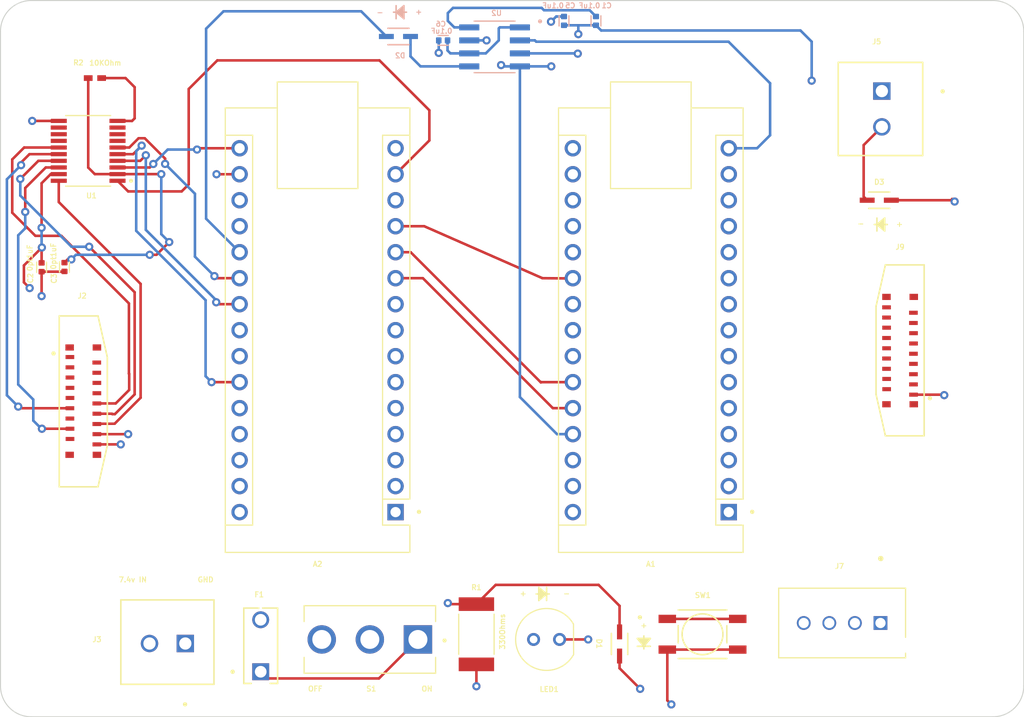
<source format=kicad_pcb>
(kicad_pcb (version 20211014) (generator pcbnew)
  (layers (0 "F.Cu" signal) (1 "In1.Cu" signal) (2 "In2.Cu" signal) (31 "B.Cu" signal) (34 "B.Paste" user) (35 "F.Paste" user) (36 "B.SilkS" user "B.Silkscreen") (37 "F.SilkS" user "F.Silkscreen") (38 "B.Mask" user) (39 "F.Mask" user) (44 "Edge.Cuts" user))
  (net 0 "")
  (net 14 "PWM")
  (net 16 "3.3V_1")
  (net 21 "SDA")
  (net 32 "bit_0")
  (net 33 "bit_1")
  (net 34 "bit_2")
  (net 41 "Analog")
  (net 43 "/CLK")
  (net 44 "/COM")
  (net 45 "/DC_out")
  (net 46 "Net-(F1-Pad2)")
  (net 58 "Net-(A1-Pad22)")
  (net 59 "SDL")
  (net 75 "Net-(LED1-Pad2)")
  (net 84 "/MOSI")
  (net 85 "3.3V_2")
  (net 86 "GND")
  (net 87 "7.4V")
  (net 88 "5V_1")
  (net 90 "OE")
  (net 91 "SCK")
  (net 92 "5V_2")
  (net 93 "Net-(D3-Pad1)")
  (net 94 "CS")
  (net 95 "DC")
  (net 96 "RST")
  (net 97 "CS_5V")
  (net 98 "RST_5V")
  (net 99 "DC_5V")
  (net 100 "MOSI_5V")
  (net 101 "SCK_5V")
  (footprint "CatBot_JSC:Arduino_BLE_33" (layer "F.Cu") (at 135.8483 103.2112 180)
    (fp_text reference "A2" (at 7.62 -5.08) (layer "F.SilkS") (effects (font (size 0.5 0.5) (thickness 0.1))))
    (fp_text value "Arduino_Nano_BLE_33" hide)
    (pad "1" thru_hole rect (at 0 0 180) (size 1.6 1.6) (drill 1) (layers *.Cu *.Mask))
    (pad "2" thru_hole oval (at 0 2.54 180) (size 1.6 1.6) (drill 1) (layers *.Cu *.Mask))
    (pad "3" thru_hole oval (at 0 5.08 180) (size 1.6 1.6) (drill 1) (layers *.Cu *.Mask))
    (pad "4" thru_hole oval (at 0 7.62 180) (size 1.6 1.6) (drill 1) (layers *.Cu *.Mask))
    (pad "5" thru_hole oval (at 0 10.16 180) (size 1.6 1.6) (drill 1) (layers *.Cu *.Mask))
    (pad "6" thru_hole oval (at 0 12.7 180) (size 1.6 1.6) (drill 1) (layers *.Cu *.Mask))
    (pad "7" thru_hole oval (at 0 15.24 180) (size 1.6 1.6) (drill 1) (layers *.Cu *.Mask))
    (pad "8" thru_hole oval (at 0 17.78 180) (size 1.6 1.6) (drill 1) (layers *.Cu *.Mask))
    (pad "9" thru_hole oval (at 0 20.32 180) (size 1.6 1.6) (drill 1) (layers *.Cu *.Mask))
    (pad "10" thru_hole oval (at 0 22.86 180) (size 1.6 1.6) (drill 1) (layers *.Cu *.Mask) (net 32 "bit_0"))
    (pad "11" thru_hole oval (at 0 25.4 180) (size 1.6 1.6) (drill 1) (layers *.Cu *.Mask) (net 33 "bit_1"))
    (pad "12" thru_hole oval (at 0 27.94 180) (size 1.6 1.6) (drill 1) (layers *.Cu *.Mask) (net 34 "bit_2"))
    (pad "13" thru_hole oval (at 0 30.48 180) (size 1.6 1.6) (drill 1) (layers *.Cu *.Mask))
    (pad "14" thru_hole oval (at 0 33.02 180) (size 1.6 1.6) (drill 1) (layers *.Cu *.Mask) (net 84 "/MOSI"))
    (pad "15" thru_hole oval (at 0 35.56 180) (size 1.6 1.6) (drill 1) (layers *.Cu *.Mask))
    (pad "16" thru_hole oval (at 15.24 35.56 180) (size 1.6 1.6) (drill 1) (layers *.Cu *.Mask) (net 91 "SCK"))
    (pad "17" thru_hole oval (at 15.24 33.02 180) (size 1.6 1.6) (drill 1) (layers *.Cu *.Mask) (net 85 "3.3V_2"))
    (pad "18" thru_hole oval (at 15.24 30.48 180) (size 1.6 1.6) (drill 1) (layers *.Cu *.Mask))
    (pad "19" thru_hole oval (at 15.24 27.94 180) (size 1.6 1.6) (drill 1) (layers *.Cu *.Mask))
    (pad "20" thru_hole oval (at 15.24 25.4 180) (size 1.6 1.6) (drill 1) (layers *.Cu *.Mask) (net 41 "Analog"))
    (pad "21" thru_hole oval (at 15.24 22.86 180) (size 1.6 1.6) (drill 1) (layers *.Cu *.Mask) (net 94 "CS"))
    (pad "22" thru_hole oval (at 15.24 20.32 180) (size 1.6 1.6) (drill 1) (layers *.Cu *.Mask) (net 95 "DC"))
    (pad "23" thru_hole oval (at 15.24 17.78 180) (size 1.6 1.6) (drill 1) (layers *.Cu *.Mask))
    (pad "24" thru_hole oval (at 15.24 15.24 180) (size 1.6 1.6) (drill 1) (layers *.Cu *.Mask))
    (pad "25" thru_hole oval (at 15.24 12.7 180) (size 1.6 1.6) (drill 1) (layers *.Cu *.Mask) (net 96 "RST"))
    (pad "26" thru_hole oval (at 15.24 10.16 180) (size 1.6 1.6) (drill 1) (layers *.Cu *.Mask))
    (pad "27" thru_hole oval (at 15.24 7.62 180) (size 1.6 1.6) (drill 1) (layers *.Cu *.Mask) (net 92 "5V_2"))
    (pad "28" thru_hole oval (at 15.24 5.08 180) (size 1.6 1.6) (drill 1) (layers *.Cu *.Mask))
    (pad "29" thru_hole oval (at 15.24 2.54 180) (size 1.6 1.6) (drill 1) (layers *.Cu *.Mask) (net 86 "GND"))
    (pad "30" thru_hole oval (at 15.24 0 180) (size 1.6 1.6) (drill 1) (layers *.Cu *.Mask) (net 87 "7.4V"))
  )
  (footprint "MountingHole:MountingHole_2.2mm_M2" (layer "F.Cu") (at 101.2398 57.2132)
    (fp_text reference "H1" hide)
    (fp_text value "MountingHole" hide)
    (pad "" np_thru_hole circle locked (at 0 0) (size 2.2 2.2) (drill 2.2) (layers *.Cu *.Mask))
  )
  (footprint "MountingHole:MountingHole_2.2mm_M2" (layer "F.Cu") (at 101.2398 119.2132)
    (fp_text reference "H3" hide)
    (fp_text value "MountingHole" hide)
    (pad "" np_thru_hole circle locked (at 0 0) (size 2.2 2.2) (drill 2.2) (layers *.Cu *.Mask))
  )
  (footprint "CatBot_JSC:300_Ohm_RESC6332X70N" (layer "F.Cu") (at 143.7498 115.1492 90)
    (fp_text reference "R1" (at 4.572 0) (layer "F.SilkS") (effects (font (size 0.5 0.5) (thickness 0.1))))
    (fp_text value "RMCF2512FT330R" hide)
    (fp_text user "330Ohms" (at 0.254 2.54 90 unlocked) (layer "F.SilkS") (effects (font (size 0.5 0.5) (thickness 0.1))))
    (pad "1" smd rect (at -2.944 0 90) (size 1.33 3.46) (layers "F.Cu" "F.Paste" "F.Mask") (net 75 "Net-(LED1-Pad2)"))
    (pad "2" smd rect (at 2.944 0 90) (size 1.33 3.46) (layers "F.Cu" "F.Paste" "F.Mask") (net 87 "7.4V"))
  )
  (footprint "Molex_connectors_JSC:CON_525591853_MOL" (layer "F.Cu") (at 104.9868 92.5832 90)
    (fp_text reference "J2" (at 10.5048 0.2312) (layer "F.SilkS") (effects (font (size 0.5 0.5) (thickness 0.1))))
    (fp_text value "0525591853" hide)
    (pad " " smd rect locked (at -5.0292 1.6764 90) (size 0.6056 0.8322) (layers "F.Cu" "F.Paste" "F.Mask"))
    (pad " " smd rect locked (at 5.461 -0.9906 90) (size 0.6056 0.8322) (layers "F.Cu" "F.Paste" "F.Mask"))
    (pad " " smd rect locked (at -5.0292 -0.9906 90) (size 0.6056 0.8322) (layers "F.Cu" "F.Paste" "F.Mask"))
    (pad " " smd rect locked (at 5.461 1.6764 90) (size 0.6056 0.8322) (layers "F.Cu" "F.Paste" "F.Mask"))
    (pad "1" smd rect locked (at 4.525475 -0.966624 90) (size 0.4 0.85) (layers "F.Cu" "F.Paste" "F.Mask"))
    (pad "2" smd rect locked (at 3.987845 1.660042 90) (size 0.4 0.85) (layers "F.Cu" "F.Paste" "F.Mask"))
    (pad "3" smd rect locked (at 3.519854 -0.96325 90) (size 0.4 0.85) (layers "F.Cu" "F.Paste" "F.Mask"))
    (pad "4" smd rect locked (at 2.987202 1.660042 90) (size 0.4 0.85) (layers "F.Cu" "F.Paste" "F.Mask"))
    (pad "5" smd rect locked (at 2.52529 -0.959265 90) (size 0.4 0.85) (layers "F.Cu" "F.Paste" "F.Mask"))
    (pad "6" smd rect locked (at 1.999675 1.6696 90) (size 0.4 0.85) (layers "F.Cu" "F.Paste" "F.Mask"))
    (pad "7" smd rect locked (at 1.51454 -0.959265 90) (size 0.4 0.85) (layers "F.Cu" "F.Paste" "F.Mask"))
    (pad "8" smd rect locked (at 0.991354 1.6696 90) (size 0.4 0.85) (layers "F.Cu" "F.Paste" "F.Mask"))
    (pad "9" smd rect locked (at 0.528086 -0.959265 90) (size 0.4 0.85) (layers "F.Cu" "F.Paste" "F.Mask"))
    (pad "10" smd rect locked (at -0.008868 1.66555 90) (size 0.4 0.85) (layers "F.Cu" "F.Paste" "F.Mask") (net 97 "CS_5V"))
    (pad "11" smd rect locked (at -0.476799 -0.966153 90) (size 0.4 0.85) (layers "F.Cu" "F.Paste" "F.Mask") (net 98 "RST_5V"))
    (pad "12" smd rect locked (at -1.01314 1.6696 90) (size 0.4 0.85) (layers "F.Cu" "F.Paste" "F.Mask") (net 99 "DC_5V"))
    (pad "13" smd rect locked (at -1.484962 -0.966153 90) (size 0.4 0.85) (layers "F.Cu" "F.Paste" "F.Mask"))
    (pad "14" smd rect locked (at -2.019975 1.664737 90) (size 0.4 0.85) (layers "F.Cu" "F.Paste" "F.Mask") (net 100 "MOSI_5V"))
    (pad "15" smd rect locked (at -2.480459 -0.9569 90) (size 0.4 0.85) (layers "F.Cu" "F.Paste" "F.Mask") (net 101 "SCK_5V"))
    (pad "16" smd rect locked (at -3.011289 1.670568 90) (size 0.4 0.85) (layers "F.Cu" "F.Paste" "F.Mask") (net 86 "GND"))
    (pad "17" smd rect locked (at -3.479332 -0.9569 90) (size 0.4 0.85) (layers "F.Cu" "F.Paste" "F.Mask"))
    (pad "18" smd rect locked (at -4.009815 1.670201 90) (size 0.4 0.85) (layers "F.Cu" "F.Paste" "F.Mask") (net 92 "5V_2"))
  )
  (footprint "MountingHole:MountingHole_2.2mm_M2" (layer "F.Cu") (at 193.2398 57.2132)
    (fp_text reference "H2" hide)
    (fp_text value "MountingHole" hide)
    (pad "" np_thru_hole circle locked (at 0 0) (size 2.2 2.2) (drill 2.2) (layers *.Cu *.Mask))
  )
  (footprint "CatBot_JSC:CAPC1005X55N" (layer "F.Cu") (at 103.4908 79.259 -90)
    (fp_text reference "C3" (at 1.1248 1.0216 90) (layer "F.SilkS") (effects (font (size 0.5 0.5) (thickness 0.1))))
    (fp_text value "CL05A104KA5NNNC_0pt1uF" hide)
    (fp_text user "0pt1uF" (at -1.0596 1.0724 90 unlocked) (layer "F.SilkS") (effects (font (size 0.5 0.5) (thickness 0.1))))
    (pad "1" smd roundrect (at -0.43 0) (size 0.6 0.54) (layers "F.Cu" "F.Paste" "F.Mask") (roundrect_rratio 0.14) (net 85 "3.3V_2"))
    (pad "2" smd roundrect (at 0.43 0) (size 0.6 0.54) (layers "F.Cu" "F.Paste" "F.Mask") (roundrect_rratio 0.14) (net 86 "GND"))
  )
  (footprint "Molex_connectors_JSC:CON_532580229_MOL" (layer "F.Cu") (at 183.3738 62.0632 90)
    (fp_text reference "J5" (at 4.826 -0.508 unlocked) (layer "F.SilkS") (effects (font (size 0.5 0.5) (thickness 0.1))))
    (fp_text value "532580229" hide)
    (pad "1" thru_hole rect (at 0 0 90) (size 1.7 1.7) (drill 1.2) (layers *.Cu *.Mask) (net 86 "GND"))
    (pad "2" thru_hole circle (at -3.500001 0 90) (size 1.7 1.7) (drill 1.2) (layers *.Cu *.Mask) (net 93 "Net-(D3-Pad1)"))
  )
  (footprint "CatBot_JSC:Push_Button_Switch_SW4_TL3305CF260QG_EWI-M" (layer "F.Cu") (at 165.8478 115.1492)
    (fp_text reference "SW1" (at 0.028 -3.81 unlocked) (layer "F.SilkS") (effects (font (size 0.5 0.5) (thickness 0.1))))
    (fp_text value "TL3305CF260QG" hide)
    (pad "1" smd rect (at -3.4409 -1.5) (size 1.711198 0.8112) (layers "F.Cu" "F.Paste" "F.Mask") (net 58 "Net-(A1-Pad22)"))
    (pad "2" smd rect (at 3.4409 -1.5) (size 1.711198 0.8112) (layers "F.Cu" "F.Paste" "F.Mask") (net 58 "Net-(A1-Pad22)"))
    (pad "3" smd rect (at -3.4409 1.5) (size 1.711198 0.8112) (layers "F.Cu" "F.Paste" "F.Mask") (net 86 "GND"))
    (pad "4" smd rect (at 3.4409 1.5) (size 1.711198 0.8112) (layers "F.Cu" "F.Paste" "F.Mask") (net 86 "GND"))
  )
  (footprint "CatBot_JSC:Arduino_BLE_33" (layer "F.Cu") (at 168.4153 103.2112 180)
    (fp_text reference "A1" (at 7.62 -5.08) (layer "F.SilkS") (effects (font (size 0.5 0.5) (thickness 0.1))))
    (fp_text value "Arduino_Nano_BLE_33_SENSE" hide)
    (pad "1" thru_hole rect (at 0 0 180) (size 1.6 1.6) (drill 1) (layers *.Cu *.Mask))
    (pad "2" thru_hole oval (at 0 2.54 180) (size 1.6 1.6) (drill 1) (layers *.Cu *.Mask))
    (pad "3" thru_hole oval (at 0 5.08 180) (size 1.6 1.6) (drill 1) (layers *.Cu *.Mask))
    (pad "4" thru_hole oval (at 0 7.62 180) (size 1.6 1.6) (drill 1) (layers *.Cu *.Mask))
    (pad "5" thru_hole oval (at 0 10.16 180) (size 1.6 1.6) (drill 1) (layers *.Cu *.Mask))
    (pad "6" thru_hole oval (at 0 12.7 180) (size 1.6 1.6) (drill 1) (layers *.Cu *.Mask))
    (pad "7" thru_hole oval (at 0 15.24 180) (size 1.6 1.6) (drill 1) (layers *.Cu *.Mask))
    (pad "8" thru_hole oval (at 0 17.78 180) (size 1.6 1.6) (drill 1) (layers *.Cu *.Mask))
    (pad "9" thru_hole oval (at 0 20.32 180) (size 1.6 1.6) (drill 1) (layers *.Cu *.Mask))
    (pad "10" thru_hole oval (at 0 22.86 180) (size 1.6 1.6) (drill 1) (layers *.Cu *.Mask))
    (pad "11" thru_hole oval (at 0 25.4 180) (size 1.6 1.6) (drill 1) (layers *.Cu *.Mask))
    (pad "12" thru_hole oval (at 0 27.94 180) (size 1.6 1.6) (drill 1) (layers *.Cu *.Mask))
    (pad "13" thru_hole oval (at 0 30.48 180) (size 1.6 1.6) (drill 1) (layers *.Cu *.Mask))
    (pad "14" thru_hole oval (at 0 33.02 180) (size 1.6 1.6) (drill 1) (layers *.Cu *.Mask))
    (pad "15" thru_hole oval (at 0 35.56 180) (size 1.6 1.6) (drill 1) (layers *.Cu *.Mask) (net 14 "PWM"))
    (pad "16" thru_hole oval (at 15.24 35.56 180) (size 1.6 1.6) (drill 1) (layers *.Cu *.Mask))
    (pad "17" thru_hole oval (at 15.24 33.02 180) (size 1.6 1.6) (drill 1) (layers *.Cu *.Mask) (net 16 "3.3V_1"))
    (pad "18" thru_hole oval (at 15.24 30.48 180) (size 1.6 1.6) (drill 1) (layers *.Cu *.Mask))
    (pad "19" thru_hole oval (at 15.24 27.94 180) (size 1.6 1.6) (drill 1) (layers *.Cu *.Mask))
    (pad "20" thru_hole oval (at 15.24 25.4 180) (size 1.6 1.6) (drill 1) (layers *.Cu *.Mask))
    (pad "21" thru_hole oval (at 15.24 22.86 180) (size 1.6 1.6) (drill 1) (layers *.Cu *.Mask) (net 34 "bit_2"))
    (pad "22" thru_hole oval (at 15.24 20.32 180) (size 1.6 1.6) (drill 1) (layers *.Cu *.Mask) (net 58 "Net-(A1-Pad22)"))
    (pad "23" thru_hole oval (at 15.24 17.78 180) (size 1.6 1.6) (drill 1) (layers *.Cu *.Mask) (net 21 "SDA"))
    (pad "24" thru_hole oval (at 15.24 15.24 180) (size 1.6 1.6) (drill 1) (layers *.Cu *.Mask) (net 59 "SDL"))
    (pad "25" thru_hole oval (at 15.24 12.7 180) (size 1.6 1.6) (drill 1) (layers *.Cu *.Mask) (net 33 "bit_1"))
    (pad "26" thru_hole oval (at 15.24 10.16 180) (size 1.6 1.6) (drill 1) (layers *.Cu *.Mask) (net 32 "bit_0"))
    (pad "27" thru_hole oval (at 15.24 7.62 180) (size 1.6 1.6) (drill 1) (layers *.Cu *.Mask) (net 88 "5V_1"))
    (pad "28" thru_hole oval (at 15.24 5.08 180) (size 1.6 1.6) (drill 1) (layers *.Cu *.Mask))
    (pad "29" thru_hole oval (at 15.24 2.54 180) (size 1.6 1.6) (drill 1) (layers *.Cu *.Mask) (net 86 "GND"))
    (pad "30" thru_hole oval (at 15.24 0 180) (size 1.6 1.6) (drill 1) (layers *.Cu *.Mask) (net 87 "7.4V"))
  )
  (footprint "Molex_connectors_JSC:CON_532580229_MOL" (layer "F.Cu") (at 115.301291 116.053151)
    (fp_text reference "J3" (at -8.635491 -0.395951 unlocked) (layer "F.SilkS") (effects (font (size 0.5 0.5) (thickness 0.1))))
    (fp_text value "532580229" hide)
    (fp_text user "7.4v IN" (at -5.130291 -6.237951 unlocked) (layer "F.SilkS") (effects (font (size 0.5 0.5) (thickness 0.1))))
    (fp_text user "GND" (at 1.981709 -6.237951 unlocked) (layer "F.SilkS") (effects (font (size 0.5 0.5) (thickness 0.1))))
    (pad "1" thru_hole rect (at 0 0) (size 1.7 1.7) (drill 1.2) (layers *.Cu *.Mask) (net 86 "GND"))
    (pad "2" thru_hole circle (at -3.500001 0) (size 1.7 1.7) (drill 1.2) (layers *.Cu *.Mask) (net 87 "7.4V"))
  )
  (footprint "CatBot_JSC:CAPC1005X55N" (layer "F.Cu") (at 101.2556 79.2844 -90)
    (fp_text reference "C2" (at 1.0668 1.0922 90) (layer "F.SilkS") (effects (font (size 0.5 0.5) (thickness 0.1))))
    (fp_text value "CL05A104KA5NNNC_0pt1uF" hide)
    (fp_text user "0pt1uF" (at -0.9144 1.143 90 unlocked) (layer "F.SilkS") (effects (font (size 0.5 0.5) (thickness 0.1))))
    (pad "1" smd roundrect (at -0.43 0) (size 0.6 0.54) (layers "F.Cu" "F.Paste" "F.Mask") (roundrect_rratio 0.14) (net 92 "5V_2"))
    (pad "2" smd roundrect (at 0.43 0) (size 0.6 0.54) (layers "F.Cu" "F.Paste" "F.Mask") (roundrect_rratio 0.14) (net 86 "GND"))
  )
  (footprint "CatBot_JSC:RGEF300" (layer "F.Cu") (at 122.6678 118.8132 90)
    (fp_text reference "F1" (at 7.54 -0.1495) (layer "F.SilkS") (effects (font (size 0.5 0.5) (thickness 0.1))))
    (fp_text value "RGEF300_Fuse" hide)
    (pad "1" thru_hole rect (at 0 0 90) (size 1.651 1.651) (drill 1.143) (layers *.Cu *.Mask) (net 87 "7.4V"))
    (pad "2" thru_hole circle (at 5.08 0 90) (size 1.651 1.651) (drill 1.143) (layers *.Cu *.Mask) (net 46 "Net-(F1-Pad2)"))
  )
  (footprint "CatBot_JSC:Diode_CR_SOD323_MCC-M" (layer "F.Cu") (at 183.1198 72.7312)
    (fp_text reference "D3" (at 0 -1.778 unlocked) (layer "F.SilkS") (effects (font (size 0.5 0.5) (thickness 0.1))))
    (fp_text value "1N4148WX-TP" hide)
    (fp_text user "+" (at 1.9812 2.3368 unlocked) (layer "F.SilkS") (effects (font (size 0.5 0.5) (thickness 0.1))))
    (fp_text user "-" (at -1.8034 2.286 unlocked) (layer "F.SilkS") (effects (font (size 0.5 0.5) (thickness 0.1))))
    (pad "1" smd rect (at -1.1803 0) (size 1.457198 0.5064) (layers "F.Cu" "F.Paste" "F.Mask") (net 93 "Net-(D3-Pad1)"))
    (pad "2" smd rect (at 1.1803 0) (size 1.457198 0.5064) (layers "F.Cu" "F.Paste" "F.Mask") (net 87 "7.4V"))
  )
  (footprint "CatBot_JSC:Diode_CR_SOD323_MCC-M" (layer "F.Cu") (at 157.7398 116.099 90)
    (fp_text reference "D1" (at 0.0254 -2 -90 unlocked) (layer "F.SilkS") (effects (font (size 0.5 0.5) (thickness 0.1))))
    (fp_text value "1N4148WX-TP" hide)
    (fp_text user "+" (at 1.778 2.3368 90 unlocked) (layer "F.SilkS") (effects (font (size 0.5 0.5) (thickness 0.1))))
    (pad "1" smd rect (at -1.1803 0 90) (size 1.457198 0.5064) (layers "F.Cu" "F.Paste" "F.Mask") (net 87 "7.4V"))
    (pad "2" smd rect (at 1.1803 0 90) (size 1.457198 0.5064) (layers "F.Cu" "F.Paste" "F.Mask") (net 87 "7.4V"))
  )
  (footprint "CatBot_JSC:Slider_switch_500SSP1S2M2QEA" (layer "F.Cu") (at 133.3358 115.6572 180)
    (fp_text reference "S1" (at -0.142278 -4.826) (layer "F.SilkS") (effects (font (size 0.5 0.5) (thickness 0.1))))
    (fp_text value "500SSP1S2M2QEA" hide)
    (pad "1" thru_hole rect (at -4.7 0 180) (size 2.775 2.775) (drill 1.85) (layers *.Cu *.Mask) (net 87 "7.4V"))
    (pad "2" thru_hole circle (at 0 0 180) (size 2.775 2.775) (drill 1.85) (layers *.Cu *.Mask) (net 46 "Net-(F1-Pad2)"))
    (pad "3" thru_hole circle (at 4.7 0 180) (size 2.775 2.775) (drill 1.85) (layers *.Cu *.Mask))
  )
  (footprint "CatBot_JSC:Led_green_C503B" (layer "F.Cu") (at 151.8778 115.6572 180)
    (fp_text reference "LED1" (at 1.016 -4.8688 180) (layer "F.SilkS") (effects (font (size 0.5 0.5) (thickness 0.1))))
    (fp_text value "C503B-GAN-CB0F0791" hide)
    (fp_text user "-" (at -0.6858 4.4196 180 unlocked) (layer "F.SilkS") (effects (font (size 0.5 0.5) (thickness 0.1))))
    (fp_text user "+" (at 3.556 4.4196 180 unlocked) (layer "F.SilkS") (effects (font (size 0.5 0.5) (thickness 0.1))))
    (pad "1" thru_hole circle (at 0 0 180) (size 1.27 1.27) (drill 0.762) (layers *.Cu *.Mask) (net 86 "GND"))
    (pad "2" thru_hole circle (at 2.54 0 180) (size 1.27 1.27) (drill 0.762) (layers *.Cu *.Mask) (net 75 "Net-(LED1-Pad2)"))
  )
  (footprint "Molex_connectors_JSC:MOLEX_533750410" (layer "F.Cu") (at 183.2398 114.0493)
    (fp_text reference "J7" (at -4.004 -5.55) (layer "F.SilkS") (effects (font (size 0.5 0.5) (thickness 0.1))))
    (fp_text value "533750410" hide)
    (pad "" np_thru_hole circle (at 1.6 2.2) (size 1.2 1.2) (drill 1.2) (layers *.Cu *.Mask))
    (pad "1" thru_hole rect (at 0 0) (size 1.35 1.35) (drill 1) (layers *.Cu) (net 86 "GND"))
    (pad "2" thru_hole circle (at -2.5 0) (size 1.35 1.35) (drill 1) (layers *.Cu) (net 59 "SDL"))
    (pad "3" thru_hole circle (at -5 0) (size 1.35 1.35) (drill 1) (layers *.Cu) (net 21 "SDA"))
    (pad "4" thru_hole circle (at -7.5 0) (size 1.35 1.35) (drill 1) (layers *.Cu) (net 16 "3.3V_1"))
  )
  (footprint "CatBot_JSC:RC0402JR-0710KL" (layer "F.Cu") (at 106.467 60.7932)
    (fp_text reference "R2" (at -1.6167 -1.502 unlocked) (layer "F.SilkS") (effects (font (size 0.5 0.5) (thickness 0.1))))
    (fp_text value "RC0402JR-0710KL" hide)
    (fp_text user "10KOhm" (at 1.0083 -1.477 unlocked) (layer "F.SilkS") (effects (font (size 0.5 0.5) (thickness 0.1))))
    (pad "1" smd rect (at -0.656 0) (size 0.8548 0.558) (layers "F.Cu" "F.Paste" "F.Mask") (net 85 "3.3V_2"))
    (pad "2" smd rect (at 0.656 0) (size 0.8548 0.558) (layers "F.Cu" "F.Paste" "F.Mask") (net 90 "OE"))
  )
  (footprint "Molex_connectors_JSC:CON_525591853_MOL" (layer "F.Cu") (at 185.501525 87.2092 -90)
    (fp_text reference "J9" (at -9.906 0.349725) (layer "F.SilkS") (effects (font (size 0.5 0.5) (thickness 0.1))))
    (fp_text value "0525591853" hide)
    (pad " " smd rect (at -5.0292 1.6764 270) (size 0.6056 0.8322) (layers "F.Cu" "F.Paste" "F.Mask"))
    (pad " " smd rect (at 5.461 -0.9906 270) (size 0.6056 0.8322) (layers "F.Cu" "F.Paste" "F.Mask"))
    (pad " " smd rect (at -5.0292 -0.9906 270) (size 0.6056 0.8322) (layers "F.Cu" "F.Paste" "F.Mask"))
    (pad " " smd rect (at 5.461 1.6764 270) (size 0.6056 0.8322) (layers "F.Cu" "F.Paste" "F.Mask"))
    (pad "1" smd rect (at 4.525475 -0.966624 270) (size 0.4 0.85) (layers "F.Cu" "F.Paste" "F.Mask") (net 86 "GND"))
    (pad "2" smd rect (at 3.987845 1.660042 270) (size 0.4 0.85) (layers "F.Cu" "F.Paste" "F.Mask") (net 16 "3.3V_1"))
    (pad "3" smd rect (at 3.519854 -0.96325 270) (size 0.4 0.85) (layers "F.Cu" "F.Paste" "F.Mask"))
    (pad "4" smd rect (at 2.987202 1.660042 270) (size 0.4 0.85) (layers "F.Cu" "F.Paste" "F.Mask"))
    (pad "5" smd rect (at 2.52529 -0.959265 270) (size 0.4 0.85) (layers "F.Cu" "F.Paste" "F.Mask"))
    (pad "6" smd rect (at 1.999675 1.6696 270) (size 0.4 0.85) (layers "F.Cu" "F.Paste" "F.Mask"))
    (pad "7" smd rect (at 1.51454 -0.959265 270) (size 0.4 0.85) (layers "F.Cu" "F.Paste" "F.Mask"))
    (pad "8" smd rect (at 0.991354 1.6696 270) (size 0.4 0.85) (layers "F.Cu" "F.Paste" "F.Mask"))
    (pad "9" smd rect (at 0.528086 -0.959265 270) (size 0.4 0.85) (layers "F.Cu" "F.Paste" "F.Mask"))
    (pad "10" smd rect (at -0.008868 1.66555 270) (size 0.4 0.85) (layers "F.Cu" "F.Paste" "F.Mask"))
    (pad "11" smd rect (at -0.476799 -0.966153 270) (size 0.4 0.85) (layers "F.Cu" "F.Paste" "F.Mask"))
    (pad "12" smd rect (at -1.01314 1.6696 270) (size 0.4 0.85) (layers "F.Cu" "F.Paste" "F.Mask"))
    (pad "13" smd rect (at -1.484962 -0.966153 270) (size 0.4 0.85) (layers "F.Cu" "F.Paste" "F.Mask"))
    (pad "14" smd rect (at -2.019975 1.664737 270) (size 0.4 0.85) (layers "F.Cu" "F.Paste" "F.Mask"))
    (pad "15" smd rect (at -2.480459 -0.9569 270) (size 0.4 0.85) (layers "F.Cu" "F.Paste" "F.Mask"))
    (pad "16" smd rect (at -3.011289 1.670568 270) (size 0.4 0.85) (layers "F.Cu" "F.Paste" "F.Mask"))
    (pad "17" smd rect (at -3.479332 -0.9569 270) (size 0.4 0.85) (layers "F.Cu" "F.Paste" "F.Mask"))
    (pad "18" smd rect (at -4.009815 1.670201 270) (size 0.4 0.85) (layers "F.Cu" "F.Paste" "F.Mask"))
  )
  (footprint "CatBot_JSC:TXB0108PWR" (layer "F.Cu") (at 105.8033 67.9052 180)
    (fp_text reference "U1" (at -0.325 -4.385) (layer "F.SilkS") (effects (font (size 0.5 0.5) (thickness 0.1))))
    (fp_text value "TXB0108PWR" hide)
    (pad "1" smd roundrect (at -2.87 -2.925 180) (size 1.57 0.41) (layers "F.Cu" "F.Paste" "F.Mask") (roundrect_rratio 0.05) (net 84 "/MOSI"))
    (pad "2" smd roundrect (at -2.87 -2.275 180) (size 1.57 0.41) (layers "F.Cu" "F.Paste" "F.Mask") (roundrect_rratio 0.05) (net 85 "3.3V_2"))
    (pad "3" smd roundrect (at -2.87 -1.625 180) (size 1.57 0.41) (layers "F.Cu" "F.Paste" "F.Mask") (roundrect_rratio 0.05) (net 91 "SCK"))
    (pad "4" smd roundrect (at -2.87 -0.975 180) (size 1.57 0.41) (layers "F.Cu" "F.Paste" "F.Mask") (roundrect_rratio 0.05) (net 95 "DC"))
    (pad "5" smd roundrect (at -2.87 -0.325 180) (size 1.57 0.41) (layers "F.Cu" "F.Paste" "F.Mask") (roundrect_rratio 0.05) (net 96 "RST"))
    (pad "6" smd roundrect (at -2.87 0.325 180) (size 1.57 0.41) (layers "F.Cu" "F.Paste" "F.Mask") (roundrect_rratio 0.05) (net 94 "CS"))
    (pad "7" smd roundrect (at -2.87 0.975 180) (size 1.57 0.41) (layers "F.Cu" "F.Paste" "F.Mask") (roundrect_rratio 0.05))
    (pad "8" smd roundrect (at -2.87 1.625 180) (size 1.57 0.41) (layers "F.Cu" "F.Paste" "F.Mask") (roundrect_rratio 0.05))
    (pad "9" smd roundrect (at -2.87 2.275 180) (size 1.57 0.41) (layers "F.Cu" "F.Paste" "F.Mask") (roundrect_rratio 0.05))
    (pad "10" smd roundrect (at -2.87 2.925 180) (size 1.57 0.41) (layers "F.Cu" "F.Paste" "F.Mask") (roundrect_rratio 0.05) (net 90 "OE"))
    (pad "11" smd roundrect (at 2.87 2.925 180) (size 1.57 0.41) (layers "F.Cu" "F.Paste" "F.Mask") (roundrect_rratio 0.05) (net 86 "GND"))
    (pad "12" smd roundrect (at 2.87 2.275 180) (size 1.57 0.41) (layers "F.Cu" "F.Paste" "F.Mask") (roundrect_rratio 0.05))
    (pad "13" smd roundrect (at 2.87 1.625 180) (size 1.57 0.41) (layers "F.Cu" "F.Paste" "F.Mask") (roundrect_rratio 0.05))
    (pad "14" smd roundrect (at 2.87 0.975 180) (size 1.57 0.41) (layers "F.Cu" "F.Paste" "F.Mask") (roundrect_rratio 0.05))
    (pad "15" smd roundrect (at 2.87 0.325 180) (size 1.57 0.41) (layers "F.Cu" "F.Paste" "F.Mask") (roundrect_rratio 0.05) (net 97 "CS_5V"))
    (pad "16" smd roundrect (at 2.87 -0.325 180) (size 1.57 0.41) (layers "F.Cu" "F.Paste" "F.Mask") (roundrect_rratio 0.05) (net 98 "RST_5V"))
    (pad "17" smd roundrect (at 2.87 -0.975 180) (size 1.57 0.41) (layers "F.Cu" "F.Paste" "F.Mask") (roundrect_rratio 0.05) (net 99 "DC_5V"))
    (pad "18" smd roundrect (at 2.87 -1.625 180) (size 1.57 0.41) (layers "F.Cu" "F.Paste" "F.Mask") (roundrect_rratio 0.05) (net 101 "SCK_5V"))
    (pad "19" smd roundrect (at 2.87 -2.275 180) (size 1.57 0.41) (layers "F.Cu" "F.Paste" "F.Mask") (roundrect_rratio 0.05) (net 92 "5V_2"))
    (pad "20" smd roundrect (at 2.87 -2.925 180) (size 1.57 0.41) (layers "F.Cu" "F.Paste" "F.Mask") (roundrect_rratio 0.05) (net 100 "MOSI_5V"))
  )
  (footprint "MountingHole:MountingHole_2.2mm_M2" (layer "F.Cu") (at 193.2398 119.2132)
    (fp_text reference "H4" hide)
    (fp_text value "MountingHole" hide)
    (pad "" np_thru_hole circle locked (at 0 0) (size 2.2 2.2) (drill 2.2) (layers *.Cu *.Mask))
  )
  (footprint "CatBot_JSC:CAPC1005X55N" (layer "B.Cu") (at 152.3096 55.2052 -90)
    (fp_text reference "C5" (at -1.4986 -0.6096 180) (layer "B.SilkS") (effects (font (size 0.5 0.5) (thickness 0.1)) (justify mirror)))
    (fp_text value "CL05A104KA5NNNC_0pt1uF" hide)
    (fp_text user "0.1uF" (at -1.4986 1.0668 unlocked) (layer "B.SilkS") (effects (font (size 0.5 0.5) (thickness 0.1)) (justify mirror)))
    (pad "1" smd roundrect locked (at -0.43 0 180) (size 0.6 0.54) (layers "B.Cu" "B.Paste" "B.Mask") (roundrect_rratio 0.14) (net 88 "5V_1"))
    (pad "2" smd roundrect locked (at 0.43 0 180) (size 0.6 0.54) (layers "B.Cu" "B.Paste" "B.Mask") (roundrect_rratio 0.14) (net 86 "GND"))
  )
  (footprint "CatBot_JSC:CAPC1005X55N" (layer "B.Cu") (at 155.4338 55.2052 -90)
    (fp_text reference "C1" (at -1.4986 -1.0414 180) (layer "B.SilkS") (effects (font (size 0.5 0.5) (thickness 0.1)) (justify mirror)))
    (fp_text value "CL05A104KA5NNNC_0pt1uF" hide)
    (fp_text user "0.1uF" (at -1.4986 0.635 unlocked) (layer "B.SilkS") (effects (font (size 0.5 0.5) (thickness 0.1)) (justify mirror)))
    (pad "1" smd roundrect (at -0.43 0 180) (size 0.6 0.54) (layers "B.Cu" "B.Paste" "B.Mask") (roundrect_rratio 0.14) (net 43 "/CLK"))
    (pad "2" smd roundrect (at 0.43 0 180) (size 0.6 0.54) (layers "B.Cu" "B.Paste" "B.Mask") (roundrect_rratio 0.14) (net 86 "GND"))
  )
  (footprint "CatBot_JSC:CAPC1005X55N" (layer "B.Cu") (at 140.4986 57.1102 180)
    (fp_text reference "C6" (at 0.2286 1.6002) (layer "B.SilkS") (effects (font (size 0.5 0.5) (thickness 0.1)) (justify mirror)))
    (fp_text value "CL05A104KA5NNNC_0pt1uF" hide)
    (fp_text user "0.1uF" (at 0.1524 0.9144 unlocked) (layer "B.SilkS") (effects (font (size 0.5 0.5) (thickness 0.1)) (justify mirror)))
    (pad "1" smd roundrect (at -0.43 0 90) (size 0.6 0.54) (layers "B.Cu" "B.Paste" "B.Mask") (roundrect_rratio 0.14) (net 44 "/COM"))
    (pad "2" smd roundrect (at 0.43 0 90) (size 0.6 0.54) (layers "B.Cu" "B.Paste" "B.Mask") (roundrect_rratio 0.14) (net 86 "GND"))
  )
  (footprint "CatBot_JSC:SOIC127P600X175-8N_MAX7480" (layer "B.Cu") (at 145.525374 57.7452 180)
    (fp_text reference "U2" (at -0.192 3.302) (layer "B.SilkS") (effects (font (size 0.5 0.5) (thickness 0.1)) (justify mirror)))
    (fp_text value "MAX7480ESA+" hide)
    (pad "1" smd roundrect (at -2.475 1.905 180) (size 1.97 0.59) (layers "B.Cu" "B.Paste" "B.Mask") (roundrect_rratio 0.07) (net 44 "/COM"))
    (pad "2" smd roundrect (at -2.475 0.635 180) (size 1.97 0.59) (layers "B.Cu" "B.Paste" "B.Mask") (roundrect_rratio 0.07) (net 14 "PWM"))
    (pad "3" smd roundrect (at -2.475 -0.635 180) (size 1.97 0.59) (layers "B.Cu" "B.Paste" "B.Mask") (roundrect_rratio 0.07) (net 86 "GND"))
    (pad "4" smd roundrect (at -2.475 -1.905 180) (size 1.97 0.59) (layers "B.Cu" "B.Paste" "B.Mask") (roundrect_rratio 0.07) (net 88 "5V_1"))
    (pad "5" smd roundrect (at 2.475 -1.905 180) (size 1.97 0.59) (layers "B.Cu" "B.Paste" "B.Mask") (roundrect_rratio 0.07) (net 45 "/DC_out"))
    (pad "6" smd roundrect (at 2.475 -0.635 180) (size 1.97 0.59) (layers "B.Cu" "B.Paste" "B.Mask") (roundrect_rratio 0.07) (net 44 "/COM"))
    (pad "7" smd roundrect (at 2.475 0.635 180) (size 1.97 0.59) (layers "B.Cu" "B.Paste" "B.Mask") (roundrect_rratio 0.07) (net 88 "5V_1"))
    (pad "8" smd roundrect (at 2.475 1.905 180) (size 1.97 0.59) (layers "B.Cu" "B.Paste" "B.Mask") (roundrect_rratio 0.07) (net 43 "/CLK"))
  )
  (footprint "CatBot_JSC:Diode_CR_SOD323_MCC-M" (layer "B.Cu") (at 136.1298 56.7292)
    (fp_text reference "D2" (at 0.168 1.867 180) (layer "B.SilkS") (effects (font (size 0.5 0.5) (thickness 0.1)) (justify mirror)))
    (fp_text value "1N4148WX-TP" hide)
    (fp_text user "-" (at -1.8034 -2.286 180 unlocked) (layer "B.SilkS") (effects (font (size 0.5 0.5) (thickness 0.1)) (justify mirror)))
    (fp_text user "+" (at 1.9812 -2.3368 180 unlocked) (layer "B.SilkS") (effects (font (size 0.5 0.5) (thickness 0.1)) (justify mirror)))
    (pad "1" smd rect (at -1.1803 0) (size 1.457198 0.5064) (layers "B.Cu" "B.Paste" "B.Mask") (net 41 "Analog"))
    (pad "2" smd rect (at 1.1803 0) (size 1.457198 0.5064) (layers "B.Cu" "B.Paste" "B.Mask") (net 45 "/DC_out"))
  )
  (gr_arc locked (start 97.2398 56.2132) (mid 98.11848 54.09188) (end 100.2398 53.2132) (layer "Edge.Cuts") (width 0.1))
  (gr_line locked (start 194.2398 123.2132) (end 100.2398 123.2132) (layer "Edge.Cuts") (width 0.1))
  (gr_arc locked (start 194.2398 53.2132) (mid 196.36112 54.09188) (end 197.2398 56.2132) (layer "Edge.Cuts") (width 0.1))
  (gr_arc locked (start 197.2398 120.2132) (mid 196.36112 122.33452) (end 194.2398 123.2132) (layer "Edge.Cuts") (width 0.1))
  (gr_arc locked (start 100.2398 123.2132) (mid 98.11848 122.33452) (end 97.2398 120.2132) (layer "Edge.Cuts") (width 0.1))
  (gr_line locked (start 197.2398 56.2132) (end 197.2398 120.2132) (layer "Edge.Cuts") (width 0.1))
  (gr_line (start 97.2398 120.2132) (end 97.2398 56.2132) (layer "Edge.Cuts") (width 0.1))
  (gr_line locked (start 100.2398 53.2132) (end 194.2398 53.2132) (layer "Edge.Cuts") (width 0.1))
  (gr_text "ON" (at 138.9238 120.4832) (layer "F.SilkS") (effects (font (size 0.5 0.5) (thickness 0.1))))
  (gr_text "OFF" (at 128.0018 120.4832) (layer "F.SilkS") (effects (font (size 0.5 0.5) (thickness 0.1))))
  (segment (start 168.3878 57.2372) (end 149.5918 57.2372) (width 0.25) (layer "B.Cu") (net 14))
  (segment (start 171.1818 67.6512) (end 172.4518 66.3812) (width 0.25) (layer "B.Cu") (net 14))
  (segment (start 172.4518 66.3812) (end 172.4518 61.3012) (width 0.25) (layer "B.Cu") (net 14))
  (segment (start 168.4153 67.6512) (end 171.1818 67.6512) (width 0.25) (layer "B.Cu") (net 14))
  (segment (start 172.4518 61.3012) (end 168.3878 57.2372) (width 0.25) (layer "B.Cu") (net 14))
  (segment (start 149.4648 57.1102) (end 148.000374 57.1102) (width 0.25) (layer "B.Cu") (net 14))
  (segment (start 149.5918 57.2372) (end 149.4648 57.1102) (width 0.25) (layer "B.Cu") (net 14))
  (segment (start 151.2174 93.0512) (end 153.1753 93.0512) (width 0.25) (layer "F.Cu") (net 32))
  (segment (start 138.5174 80.3512) (end 151.2174 93.0512) (width 0.25) (layer "F.Cu") (net 32))
  (segment (start 135.8483 80.3512) (end 138.5174 80.3512) (width 0.25) (layer "F.Cu") (net 32))
  (segment (start 150.049 90.5366) (end 150.0744 90.5112) (width 0.25) (layer "F.Cu") (net 33))
  (segment (start 150.0744 90.5112) (end 153.1753 90.5112) (width 0.25) (layer "F.Cu") (net 33))
  (segment (start 135.8483 77.8112) (end 137.3236 77.8112) (width 0.25) (layer "F.Cu") (net 33))
  (segment (start 137.3236 77.8112) (end 150.049 90.5366) (width 0.25) (layer "F.Cu") (net 33))
  (segment (start 153.1499 80.3766) (end 153.1753 80.3512) (width 0.25) (layer "F.Cu") (net 34))
  (segment (start 135.8483 75.2712) (end 138.6444 75.2712) (width 0.25) (layer "F.Cu") (net 34))
  (segment (start 150.2014 80.3512) (end 153.1499 80.3766) (width 0.25) (layer "F.Cu") (net 34))
  (segment (start 138.6444 75.2712) (end 150.2014 80.3512) (width 0.25) (layer "F.Cu") (net 34))
  (segment (start 132.4857 54.2654) (end 119.0356 54.2654) (width 0.25) (layer "B.Cu") (net 41))
  (segment (start 117.3338 55.9672) (end 117.3338 74.5367) (width 0.25) (layer "B.Cu") (net 41))
  (segment (start 119.0356 54.2654) (end 117.3338 55.9672) (width 0.25) (layer "B.Cu") (net 41))
  (segment (start 117.3338 74.5367) (end 120.6083 77.8112) (width 0.25) (layer "B.Cu") (net 41))
  (segment (start 134.9495 56.7292) (end 132.4857 54.2654) (width 0.25) (layer "B.Cu") (net 41))
  (segment (start 140.9558 54.4432) (end 141.4638 53.9352) (width 0.25) (layer "B.Cu") (net 43))
  (segment (start 141.4638 53.9352) (end 150.1252 53.9352) (width 0.25) (layer "B.Cu") (net 43))
  (segment (start 140.9558 55.2052) (end 140.9558 54.4432) (width 0.25) (layer "B.Cu") (net 43))
  (segment (start 150.1252 53.9352) (end 150.3538 54.1638) (width 0.25) (layer "B.Cu") (net 43))
  (segment (start 154.8224 54.1638) (end 155.4338 54.7752) (width 0.25) (layer "B.Cu") (net 43))
  (segment (start 150.3538 54.1638) (end 154.8224 54.1638) (width 0.25) (layer "B.Cu") (net 43))
  (segment (start 143.050374 55.8402) (end 141.5908 55.8402) (width 0.25) (layer "B.Cu") (net 43))
  (segment (start 141.5908 55.8402) (end 140.9558 55.2052) (width 0.25) (layer "B.Cu") (net 43))
  (segment (start 143.050374 58.3802) (end 141.2098 58.3802) (width 0.25) (layer "B.Cu") (net 44))
  (segment (start 140.9286 58.099) (end 140.9286 57.1102) (width 0.25) (layer "B.Cu") (net 44))
  (segment (start 144.6642 58.3802) (end 143.050374 58.3802) (width 0.25) (layer "B.Cu") (net 44))
  (segment (start 146.0358 55.8402) (end 145.9342 55.9418) (width 0.25) (layer "B.Cu") (net 44))
  (segment (start 141.2098 58.3802) (end 140.9286 58.099) (width 0.25) (layer "B.Cu") (net 44))
  (segment (start 145.9342 57.1102) (end 144.6642 58.3802) (width 0.25) (layer "B.Cu") (net 44))
  (segment (start 145.9342 55.9418) (end 145.9342 57.1102) (width 0.25) (layer "B.Cu") (net 44))
  (segment (start 148.000374 55.8402) (end 146.0358 55.8402) (width 0.25) (layer "B.Cu") (net 44))
  (segment (start 143.050374 59.6502) (end 138.2888 59.6502) (width 0.25) (layer "B.Cu") (net 45))
  (segment (start 138.2888 59.6502) (end 137.3101 58.6715) (width 0.25) (layer "B.Cu") (net 45))
  (segment (start 137.3101 58.6715) (end 137.3101 56.7292) (width 0.25) (layer "B.Cu") (net 45))
  (segment (start 162.4069 113.6492) (end 169.2887 113.6492) (width 0.25) (layer "F.Cu") (net 58))
  (segment (start 143.7498 118.0932) (end 143.7498 120.2292) (width 0.25) (layer "F.Cu") (net 75))
  (via (at 143.7498 120.2292) (size 0.8) (drill 0.4) (layers "F.Cu" "B.Cu") (net 75))
  (segment (start 139.1524 63.9428) (end 139.1524 66.8871) (width 0.25) (layer "F.Cu") (net 84))
  (segment (start 114.9431 71.8707) (end 115.632 71.1818) (width 0.25) (layer "F.Cu") (net 84))
  (segment (start 139.1524 66.8871) (end 135.8483 70.1912) (width 0.25) (layer "F.Cu") (net 84))
  (segment (start 134.2756 59.066) (end 139.1524 63.9428) (width 0.25) (layer "F.Cu") (net 84))
  (segment (start 108.6733 70.8302) (end 109.7138 71.8707) (width 0.25) (layer "F.Cu") (net 84))
  (segment (start 115.632 71.1818) (end 115.632 61.86) (width 0.25) (layer "F.Cu") (net 84))
  (segment (start 109.7138 71.8707) (end 114.9431 71.8707) (width 0.25) (layer "F.Cu") (net 84))
  (segment (start 118.426 59.066) (end 134.2756 59.066) (width 0.25) (layer "F.Cu") (net 84))
  (segment (start 115.632 61.86) (end 118.426 59.066) (width 0.25) (layer "F.Cu") (net 84))
  (segment (start 108.6733 70.1802) (end 112.9506 70.1802) (width 0.25) (layer "F.Cu") (net 85))
  (segment (start 103.805801 78.513999) (end 104.159601 78.513999) (width 0.25) (layer "F.Cu") (net 85))
  (segment (start 120.6083 70.1912) (end 118.3498 70.1912) (width 0.25) (layer "F.Cu") (net 85))
  (segment (start 113.727 76.8206) (end 112.4824 78.0652) (width 0.25) (layer "F.Cu") (net 85))
  (segment (start 105.811 60.7932) (end 105.811 69.5396) (width 0.25) (layer "F.Cu") (net 85))
  (segment (start 103.4908 78.829) (end 103.805801 78.513999) (width 0.25) (layer "F.Cu") (net 85))
  (segment (start 112.4824 78.0652) (end 111.822002 78.0652) (width 0.25) (layer "F.Cu") (net 85))
  (segment (start 106.4516 70.1802) (end 108.6733 70.1802) (width 0.25) (layer "F.Cu") (net 85))
  (segment (start 105.811 69.5396) (end 106.4516 70.1802) (width 0.25) (layer "F.Cu") (net 85))
  (via (at 111.822002 78.0652) (size 0.8) (drill 0.4) (layers "F.Cu" "B.Cu") (net 85))
  (via (at 113.727 76.8206) (size 0.8) (drill 0.4) (layers "F.Cu" "B.Cu") (net 85))
  (via (at 118.3498 70.1912) (size 0.8) (drill 0.4) (layers "F.Cu" "B.Cu") (net 85))
  (via (at 104.159601 78.513999) (size 0.8) (drill 0.4) (layers "F.Cu" "B.Cu") (net 85))
  (via (at 112.9506 70.1802) (size 0.8) (drill 0.4) (layers "F.Cu" "B.Cu") (net 85))
  (segment (start 112.9506 76.0442) (end 113.727 76.8206) (width 0.25) (layer "B.Cu") (net 85))
  (segment (start 112.9506 70.1802) (end 112.9506 76.0442) (width 0.25) (layer "B.Cu") (net 85))
  (segment (start 111.822002 78.0652) (end 104.6084 78.0652) (width 0.25) (layer "B.Cu") (net 85))
  (segment (start 104.6084 78.0652) (end 104.159601 78.513999) (width 0.25) (layer "B.Cu") (net 85))
  (segment (start 154.6718 115.6572) (end 151.8778 115.6572) (width 0.25) (layer "F.Cu") (net 86))
  (segment (start 109.595511 95.594489) (end 106.657368 95.594489) (width 0.25) (layer "F.Cu") (net 86))
  (segment (start 101.2556 79.7144) (end 101.2556 82.1038) (width 0.25) (layer "F.Cu") (net 86))
  (segment (start 186.468149 91.734675) (end 189.423275 91.734675) (width 0.25) (layer "F.Cu") (net 86))
  (segment (start 162.4069 116.6492) (end 162.4069 121.6143) (width 0.25) (layer "F.Cu") (net 86))
  (segment (start 103.4908 79.689) (end 103.4654 79.7144) (width 0.25) (layer "F.Cu") (net 86))
  (segment (start 102.9333 64.9802) (end 100.3372 64.9802) (width 0.25) (layer "F.Cu") (net 86))
  (segment (start 189.423275 91.734675) (end 189.4698 91.7812) (width 0.25) (layer "F.Cu") (net 86))
  (segment (start 162.4069 116.6492) (end 169.2887 116.6492) (width 0.25) (layer "F.Cu") (net 86))
  (segment (start 162.4069 121.6143) (end 162.7998 122.0072) (width 0.25) (layer "F.Cu") (net 86))
  (segment (start 103.4654 79.7144) (end 101.2556 79.7144) (width 0.25) (layer "F.Cu") (net 86))
  (via (at 153.6558 58.4056) (size 0.8) (drill 0.4) (layers "F.Cu" "B.Cu") (net 86))
  (via (at 162.7998 122.0072) (size 0.8) (drill 0.4) (layers "F.Cu" "B.Cu") (net 86))
  (via (at 140.0668 58.3294) (size 0.8) (drill 0.4) (layers "F.Cu" "B.Cu") (net 86))
  (via (at 153.708398 56.4988) (size 0.8) (drill 0.4) (layers "F.Cu" "B.Cu") (net 86))
  (via (at 154.6718 115.6572) (size 0.8) (drill 0.4) (layers "F.Cu" "B.Cu") (net 86))
  (via (at 101.2556 82.1038) (size 0.8) (drill 0.4) (layers "F.Cu" "B.Cu") (net 86))
  (via (at 109.7138 95.5912) (size 0.8) (drill 0.4) (layers "F.Cu" "B.Cu") (net 86))
  (via (at 100.3372 64.9802) (size 0.8) (drill 0.4) (layers "F.Cu" "B.Cu") (net 86))
  (via (at 176.5158 61.0472) (size 0.8) (drill 0.4) (layers "F.Cu" "B.Cu") (net 86))
  (via (at 189.4698 91.7812) (size 0.8) (drill 0.4) (layers "F.Cu" "B.Cu") (net 86))
  (segment (start 148.000374 58.3802) (end 153.6304 58.3802) (width 0.25) (layer "B.Cu") (net 86))
  (segment (start 153.7048 55.6352) (end 153.708398 55.638798) (width 0.25) (layer "B.Cu") (net 86))
  (segment (start 155.9418 56.1432) (end 175.4218 56.1432) (width 0.25) (layer "B.Cu") (net 86))
  (segment (start 140.0686 57.1102) (end 140.0686 58.3022) (width 0.25) (layer "B.Cu") (net 86))
  (segment (start 153.708398 55.638798) (end 153.708398 56.4988) (width 0.25) (layer "B.Cu") (net 86))
  (segment (start 155.4338 55.6352) (end 152.3096 55.6352) (width 0.25) (layer "B.Cu") (net 86))
  (segment (start 175.4218 56.1432) (end 176.5158 57.2372) (width 0.25) (layer "B.Cu") (net 86))
  (segment (start 176.5158 57.2372) (end 176.5158 61.0472) (width 0.25) (layer "B.Cu") (net 86))
  (segment (start 153.6304 58.3802) (end 153.6558 58.4056) (width 0.25) (layer "B.Cu") (net 86))
  (segment (start 155.4338 55.6352) (end 155.9418 56.1432) (width 0.25) (layer "B.Cu") (net 86))
  (segment (start 155.6878 110.3232) (end 157.7398 112.3752) (width 0.25) (layer "F.Cu") (net 87))
  (segment (start 134.2258 119.4672) (end 138.0358 115.6572) (width 0.25) (layer "F.Cu") (net 87))
  (segment (start 184.3001 72.7312) (end 190.2318 72.7312) (width 0.25) (layer "F.Cu") (net 87))
  (segment (start 157.7398 118.4712) (end 159.7518 120.4832) (width 0.25) (layer "F.Cu") (net 87))
  (segment (start 122.6678 118.8132) (end 123.3218 119.4672) (width 0.25) (layer "F.Cu") (net 87))
  (segment (start 157.7398 112.3752) (end 157.7398 114.9187) (width 0.25) (layer "F.Cu") (net 87))
  (segment (start 123.3218 119.4672) (end 134.2258 119.4672) (width 0.25) (layer "F.Cu") (net 87))
  (segment (start 157.7398 117.2793) (end 157.7398 118.4712) (width 0.25) (layer "F.Cu") (net 87))
  (segment (start 143.7498 112.2052) (end 141.0598 112.2052) (width 0.25) (layer "F.Cu") (net 87))
  (segment (start 145.6318 110.3232) (end 155.6878 110.3232) (width 0.25) (layer "F.Cu") (net 87))
  (segment (start 141.0598 112.2052) (end 140.9558 112.1012) (width 0.25) (layer "F.Cu") (net 87))
  (segment (start 190.2318 72.6042) (end 190.4858 72.8582) (width 0.25) (layer "F.Cu") (net 87))
  (segment (start 143.7498 112.2052) (end 145.6318 110.3232) (width 0.25) (layer "F.Cu") (net 87))
  (via (at 190.4858 72.8582) (size 0.8) (drill 0.4) (layers "F.Cu" "B.Cu") (net 87))
  (via (at 140.9558 112.1012) (size 0.8) (drill 0.4) (layers "F.Cu" "B.Cu") (net 87))
  (via (at 159.7518 120.4832) (size 0.8) (drill 0.4) (layers "F.Cu" "B.Cu") (net 87))
  (via (at 151.0396 55.2814) (size 0.8) (drill 0.4) (layers "F.Cu" "B.Cu") (net 88))
  (via (at 151.065 59.6502) (size 0.8) (drill 0.4) (layers "F.Cu" "B.Cu") (net 88))
  (via (at 146.1628 59.5232) (size 0.8) (drill 0.4) (layers "F.Cu" "B.Cu") (net 88))
  (via (at 144.7404 57.1102) (size 0.8) (drill 0.4) (layers "F.Cu" "B.Cu") (net 88))
  (segment (start 151.6238 95.5912) (end 148.000374 91.967774) (width 0.25) (layer "B.Cu") (net 88))
  (segment (start 151.5458 54.7752) (end 151.0396 55.2814) (width 0.25) (layer "B.Cu") (net 88))
  (segment (start 148.000374 59.6502) (end 151.065 59.6502) (width 0.25) (layer "B.Cu") (net 88))
  (segment (start 148.000374 59.6502) (end 146.2898 59.6502) (width 0.25) (layer "B.Cu") (net 88))
  (segment (start 143.050374 57.1102) (end 144.7404 57.1102) (width 0.25) (layer "B.Cu") (net 88))
  (segment (start 146.2898 59.6502) (end 146.1628 59.5232) (width 0.25) (layer "B.Cu") (net 88))
  (segment (start 148.000374 91.967774) (end 148.000374 59.6502) (width 0.25) (layer "B.Cu") (net 88))
  (segment (start 153.1753 95.5912) (end 151.6238 95.5912) (width 0.25) (layer "B.Cu") (net 88))
  (segment (start 152.3096 54.7752) (end 151.5458 54.7752) (width 0.25) (layer "B.Cu") (net 88))
  (segment (start 109.4598 60.7932) (end 110.3488 61.6822) (width 0.25) (layer "F.Cu") (net 90))
  (segment (start 110.0948 64.9842) (end 108.6773 64.9842) (width 0.25) (layer "F.Cu") (net 90))
  (segment (start 107.123 60.7932) (end 109.4598 60.7932) (width 0.25) (layer "F.Cu") (net 90))
  (segment (start 110.3488 64.7302) (end 110.0948 64.9842) (width 0.25) (layer "F.Cu") (net 90))
  (segment (start 108.6773 64.9842) (end 108.6733 64.9802) (width 0.25) (layer "F.Cu") (net 90))
  (segment (start 110.3488 61.6822) (end 110.3488 64.7302) (width 0.25) (layer "F.Cu") (net 90))
  (segment (start 111.828116 69.5302) (end 112.169939 69.188377) (width 0.25) (layer "F.Cu") (net 91))
  (segment (start 120.6083 67.6512) (end 116.5718 67.6512) (width 0.25) (layer "F.Cu") (net 91))
  (segment (start 116.5718 67.6512) (end 116.4448 67.7782) (width 0.25) (layer "F.Cu") (net 91))
  (segment (start 108.6733 69.5302) (end 111.828116 69.5302) (width 0.25) (layer "F.Cu") (net 91))
  (via (at 116.4448 67.7782) (size 0.8) (drill 0.4) (layers "F.Cu" "B.Cu") (net 91))
  (via (at 112.169939 69.188377) (size 0.8) (drill 0.4) (layers "F.Cu" "B.Cu") (net 91))
  (segment (start 116.4448 67.7782) (end 113.580116 67.7782) (width 0.25) (layer "B.Cu") (net 91))
  (segment (start 113.580116 67.7782) (end 112.169939 69.188377) (width 0.25) (layer "B.Cu") (net 91))
  (segment (start 99.5284 79.1066) (end 99.5284 80.7576) (width 0.25) (layer "F.Cu") (net 92))
  (segment (start 101.2556 78.8544) (end 101.2556 77.3794) (width 0.25) (layer "F.Cu") (net 92))
  (segment (start 106.657001 96.593015) (end 108.9893 96.593015) (width 0.25) (layer "F.Cu") (net 92))
  (segment (start 102.145689 70.1802) (end 101.2556 71.070289) (width 0.25) (layer "F.Cu") (net 92))
  (segment (start 101.2556 71.070289) (end 101.2556 75.4236) (width 0.25) (layer "F.Cu") (net 92))
  (segment (start 99.5284 80.7576) (end 100.0872 81.3164) (width 0.25) (layer "F.Cu") (net 92))
  (segment (start 102.9333 70.1802) (end 102.145689 70.1802) (width 0.25) (layer "F.Cu") (net 92))
  (segment (start 101.2556 77.3794) (end 101.281 77.354) (width 0.25) (layer "F.Cu") (net 92))
  (segment (start 101.281 77.354) (end 99.5284 79.1066) (width 0.25) (layer "F.Cu") (net 92))
  (via (at 100.0872 81.3164) (size 0.8) (drill 0.4) (layers "F.Cu" "B.Cu") (net 92))
  (via (at 108.9893 96.593015) (size 0.8) (drill 0.4) (layers "F.Cu" "B.Cu") (net 92))
  (via (at 101.2556 75.4236) (size 0.8) (drill 0.4) (layers "F.Cu" "B.Cu") (net 92))
  (via (at 101.281 77.354) (size 0.8) (drill 0.4) (layers "F.Cu" "B.Cu") (net 92))
  (segment (start 101.2556 77.3286) (end 101.2556 75.4236) (width 0.25) (layer "B.Cu") (net 92))
  (segment (start 101.281 77.354) (end 101.2556 77.3286) (width 0.25) (layer "B.Cu") (net 92))
  (segment (start 181.5958 72.3875) (end 181.9395 72.7312) (width 0.25) (layer "F.Cu") (net 93))
  (segment (start 183.3738 65.563201) (end 181.5958 67.341201) (width 0.25) (layer "F.Cu") (net 93))
  (segment (start 181.5958 67.341201) (end 181.5958 72.3875) (width 0.25) (layer "F.Cu") (net 93))
  (segment (start 111.334698 66.6727) (end 113.324899 68.662901) (width 0.25) (layer "F.Cu") (net 94))
  (segment (start 110.734502 66.6727) (end 111.334698 66.6727) (width 0.25) (layer "F.Cu") (net 94))
  (segment (start 118.1466 80.148) (end 117.9942 79.9956) (width 0.25) (layer "F.Cu") (net 94))
  (segment (start 108.6733 67.5802) (end 109.827002 67.5802) (width 0.25) (layer "F.Cu") (net 94))
  (segment (start 113.324899 68.662901) (end 113.324899 69.179499) (width 0.25) (layer "F.Cu") (net 94))
  (segment (start 118.3498 80.3512) (end 118.1466 80.148) (width 0.25) (layer "F.Cu") (net 94))
  (segment (start 109.827002 67.5802) (end 110.734502 66.6727) (width 0.25) (layer "F.Cu") (net 94))
  (segment (start 120.6083 80.3512) (end 118.3498 80.3512) (width 0.25) (layer "F.Cu") (net 94))
  (via (at 118.1466 80.148) (size 0.8) (drill 0.4) (layers "F.Cu" "B.Cu") (net 94))
  (via (at 113.324899 69.179499) (size 0.8) (drill 0.4) (layers "F.Cu" "B.Cu") (net 94))
  (segment (start 116.2416 72.0962) (end 113.324899 69.179499) (width 0.25) (layer "B.Cu") (net 94))
  (segment (start 116.2416 78.243) (end 116.2416 72.0962) (width 0.25) (layer "B.Cu") (net 94))
  (segment (start 118.1466 80.148) (end 116.2416 78.243) (width 0.25) (layer "B.Cu") (net 94))
  (segment (start 120.6083 82.8912) (end 118.2228 82.8912) (width 0.25) (layer "F.Cu") (net 95))
  (segment (start 110.8978 68.8802) (end 111.441 68.337) (width 0.25) (layer "F.Cu") (net 95))
  (segment (start 108.6733 68.8802) (end 110.8978 68.8802) (width 0.25) (layer "F.Cu") (net 95))
  (via (at 111.441 68.337) (size 0.8) (drill 0.4) (layers "F.Cu" "B.Cu") (net 95))
  (via (at 118.321537 82.701939) (size 0.8) (drill 0.4) (layers "F.Cu" "B.Cu") (net 95))
  (segment (start 118.321537 82.507337) (end 118.321537 82.701939) (width 0.25) (layer "B.Cu") (net 95))
  (segment (start 111.441 75.6268) (end 118.321537 82.507337) (width 0.25) (layer "B.Cu") (net 95))
  (segment (start 118.321537 82.792463) (end 118.321537 82.701939) (width 0.25) (layer "B.Cu") (net 95))
  (segment (start 118.2228 82.8912) (end 118.321537 82.792463) (width 0.25) (layer "B.Cu") (net 95))
  (segment (start 111.441 68.337) (end 111.441 75.6268) (width 0.25) (layer "B.Cu") (net 95))
  (segment (start 120.6083 90.5112) (end 117.8672 90.5112) (width 0.25) (layer "F.Cu") (net 96))
  (segment (start 108.6733 68.2302) (end 110.2016 68.2302) (width 0.25) (layer "F.Cu") (net 96))
  (segment (start 110.2016 68.2302) (end 111.0346 67.3972) (width 0.25) (layer "F.Cu") (net 96))
  (via (at 111.0346 67.3972) (size 0.8) (drill 0.4) (layers "F.Cu" "B.Cu") (net 96))
  (via (at 117.8672 90.5112) (size 0.8) (drill 0.4) (layers "F.Cu" "B.Cu") (net 96))
  (segment (start 117.283 82.5016) (end 110.5012 75.7198) (width 0.25) (layer "B.Cu") (net 96))
  (segment (start 110.5012 67.9306) (end 111.0346 67.3972) (width 0.25) (layer "B.Cu") (net 96))
  (segment (start 110.5012 75.7198) (end 110.5012 67.9306) (width 0.25) (layer "B.Cu") (net 96))
  (segment (start 117.8672 90.5112) (end 117.283 89.927) (width 0.25) (layer "B.Cu") (net 96))
  (segment (start 117.283 89.927) (end 117.283 82.5016) (width 0.25) (layer "B.Cu") (net 96))
  (segment (start 103.186 76.211) (end 109.79 82.815) (width 0.25) (layer "F.Cu") (net 97))
  (segment (start 99.5486 67.5802) (end 98.3854 68.7434) (width 0.25) (layer "F.Cu") (net 97))
  (segment (start 109.8154 89.704818) (end 109.8154 91.2732) (width 0.25) (layer "F.Cu") (net 97))
  (segment (start 108.496532 92.592068) (end 106.65235 92.592068) (width 0.25) (layer "F.Cu") (net 97))
  (segment (start 102.9333 67.5802) (end 99.5486 67.5802) (width 0.25) (layer "F.Cu") (net 97))
  (segment (start 109.79 89.679418) (end 109.8154 89.704818) (width 0.25) (layer "F.Cu") (net 97))
  (segment (start 109.8154 91.2732) (end 108.496532 92.592068) (width 0.25) (layer "F.Cu") (net 97))
  (segment (start 98.3854 68.7434) (end 98.3854 73.9504) (width 0.25) (layer "F.Cu") (net 97))
  (segment (start 109.79 82.8404) (end 109.79 89.679418) (width 0.25) (layer "F.Cu") (net 97))
  (segment (start 98.3854 73.9504) (end 100.646 76.211) (width 0.25) (layer "F.Cu") (net 97))
  (segment (start 100.646 76.211) (end 103.186 76.211) (width 0.25) (layer "F.Cu") (net 97))
  (segment (start 99.130799 93.059999) (end 98.9696 92.8988) (width 0.25) (layer "F.Cu") (net 98))
  (segment (start 104.020647 93.059999) (end 99.130799 93.059999) (width 0.25) (layer "F.Cu") (net 98))
  (segment (start 102.9333 68.2302) (end 100.067 68.2302) (width 0.25) (layer "F.Cu") (net 98))
  (segment (start 99.249 69.0482) (end 99.249 69.3022) (width 0.25) (layer "F.Cu") (net 98))
  (segment (start 100.067 68.2302) (end 99.249 69.0482) (width 0.25) (layer "F.Cu") (net 98))
  (via (at 99.249 69.3022) (size 0.8) (drill 0.4) (layers "F.Cu" "B.Cu") (net 98))
  (via (at 98.9696 92.8988) (size 0.8) (drill 0.4) (layers "F.Cu" "B.Cu") (net 98))
  (segment (start 97.8648 70.6864) (end 97.8648 91.794) (width 0.25) (layer "B.Cu") (net 98))
  (segment (start 97.8648 91.794) (end 98.9696 92.8988) (width 0.25) (layer "B.Cu") (net 98))
  (segment (start 99.249 69.3022) (end 97.8648 70.6864) (width 0.25) (layer "B.Cu") (net 98))
  (segment (start 105.9038 77.2778) (end 110.3488 81.7228) (width 0.25) (layer "F.Cu") (net 99))
  (segment (start 100.941 68.8802) (end 99.1728 70.6484) (width 0.25) (layer "F.Cu") (net 99))
  (segment (start 102.9333 68.8802) (end 100.941 68.8802) (width 0.25) (layer "F.Cu") (net 99))
  (segment (start 110.3488 91.705) (end 108.4184 93.6354) (width 0.25) (layer "F.Cu") (net 99))
  (segment (start 108.4184 93.6354) (end 108.1644 93.6354) (width 0.25) (layer "F.Cu") (net 99))
  (segment (start 110.3488 81.7228) (end 110.3488 91.705) (width 0.25) (layer "F.Cu") (net 99))
  (segment (start 108.1644 93.6354) (end 108.12534 93.59634) (width 0.25) (layer "F.Cu") (net 99))
  (segment (start 108.12534 93.59634) (end 106.6564 93.59634) (width 0.25) (layer "F.Cu") (net 99))
  (via (at 105.9038 77.2778) (size 0.8) (drill 0.4) (layers "F.Cu" "B.Cu") (net 99))
  (via (at 99.1728 70.6484) (size 0.8) (drill 0.4) (layers "F.Cu" "B.Cu") (net 99))
  (segment (start 105.9038 77.2778) (end 104.1766 77.2778) (width 0.25) (layer "B.Cu") (net 99))
  (segment (start 104.1766 77.2778) (end 99.1728 72.274) (width 0.25) (layer "B.Cu") (net 99))
  (segment (start 99.1728 72.274) (end 99.1728 70.6484) (width 0.25) (layer "B.Cu") (net 99))
  (segment (start 102.9333 70.8302) (end 102.9333 72.9103) (width 0.25) (layer "F.Cu") (net 100))
  (segment (start 106.679512 94.5752) (end 106.651537 94.603175) (width 0.25) (layer "F.Cu") (net 100))
  (segment (start 110.933 80.91) (end 110.933 92.0352) (width 0.25) (layer "F.Cu") (net 100))
  (segment (start 108.393 94.5752) (end 106.679512 94.5752) (width 0.25) (layer "F.Cu") (net 100))
  (segment (start 110.933 92.0352) (end 108.393 94.5752) (width 0.25) (layer "F.Cu") (net 100))
  (segment (start 102.9333 72.9103) (end 110.933 80.91) (width 0.25) (layer "F.Cu") (net 100))
  (segment (start 102.9333 69.5302) (end 101.6626 69.5302) (width 0.25) (layer "F.Cu") (net 101))
  (segment (start 101.286859 95.063659) (end 101.281 95.0578) (width 0.25) (layer "F.Cu") (net 101))
  (segment (start 99.6554 71.5374) (end 99.6554 73.8742) (width 0.25) (layer "F.Cu") (net 101))
  (segment (start 101.6626 69.5302) (end 99.6554 71.5374) (width 0.25) (layer "F.Cu") (net 101))
  (segment (start 104.0299 95.063659) (end 101.286859 95.063659) (width 0.25) (layer "F.Cu") (net 101))
  (via (at 99.6554 73.8742) (size 0.8) (drill 0.4) (layers "F.Cu" "B.Cu") (net 101))
  (via (at 101.286859 95.063659) (size 0.8) (drill 0.4) (layers "F.Cu" "B.Cu") (net 101))
  (segment (start 98.9696 76.1602) (end 98.9696 90.7398) (width 0.25) (layer "B.Cu") (net 101))
  (segment (start 99.6554 73.8742) (end 99.6554 75.4744) (width 0.25) (layer "B.Cu") (net 101))
  (segment (start 100.4428 94.2704) (end 101.2302 95.0578) (width 0.25) (layer "B.Cu") (net 101))
  (segment (start 100.4428 92.213) (end 100.4428 94.2704) (width 0.25) (layer "B.Cu") (net 101))
  (segment (start 99.6554 75.4744) (end 98.9696 76.1602) (width 0.25) (layer "B.Cu") (net 101))
  (segment (start 98.9696 90.7398) (end 100.4428 92.213) (width 0.25) (layer "B.Cu") (net 101))
)
</source>
